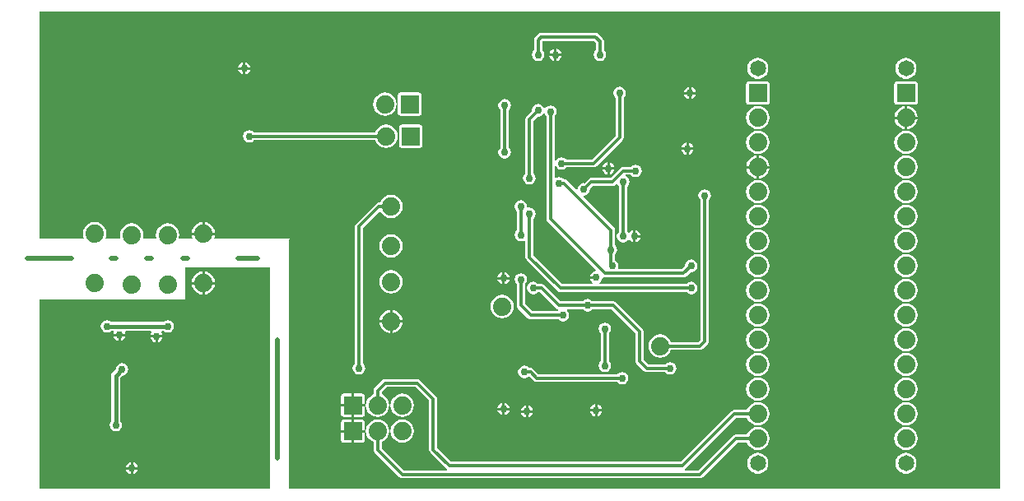
<source format=gbl>
G04 Layer_Physical_Order=2*
G04 Layer_Color=16737843*
%FSLAX25Y25*%
%MOIN*%
G70*
G01*
G75*
%ADD15C,0.01200*%
%ADD16C,0.01800*%
%ADD18R,0.07400X0.07400*%
%ADD19C,0.07400*%
%ADD20R,0.07400X0.07400*%
%ADD21O,0.03937X0.01968*%
%ADD22O,0.01968X0.50000*%
%ADD23C,0.06500*%
%ADD24O,0.10000X0.01968*%
%ADD25O,0.20000X0.01968*%
%ADD26C,0.03000*%
G36*
X94973Y1529D02*
X1529D01*
Y78500D01*
X60500Y78500D01*
X60500Y91500D01*
X94973Y91500D01*
Y1529D01*
D02*
G37*
G36*
X390471D02*
X102500D01*
Y102500D01*
X103000Y103000D01*
X72709D01*
X72431Y103416D01*
X72579Y103773D01*
X72675Y104500D01*
X63325D01*
X63421Y103773D01*
X63569Y103416D01*
X63291Y103000D01*
X58455D01*
X58109Y103500D01*
X58241Y104500D01*
X58079Y105727D01*
X57605Y106870D01*
X56852Y107852D01*
X55870Y108605D01*
X54727Y109079D01*
X53500Y109241D01*
X52273Y109079D01*
X51130Y108605D01*
X50148Y107852D01*
X49395Y106870D01*
X48921Y105727D01*
X48759Y104500D01*
X48891Y103500D01*
X48545Y103000D01*
X43955D01*
X43609Y103500D01*
X43741Y104500D01*
X43579Y105727D01*
X43106Y106870D01*
X42352Y107852D01*
X41370Y108605D01*
X40227Y109079D01*
X39000Y109241D01*
X37773Y109079D01*
X36630Y108605D01*
X35648Y107852D01*
X34894Y106870D01*
X34421Y105727D01*
X34259Y104500D01*
X34391Y103500D01*
X34045Y103000D01*
X28709D01*
X28431Y103416D01*
X28579Y103773D01*
X28741Y105000D01*
X28579Y106227D01*
X28106Y107370D01*
X27352Y108352D01*
X26370Y109105D01*
X25227Y109579D01*
X24000Y109741D01*
X22773Y109579D01*
X21630Y109105D01*
X20648Y108352D01*
X19895Y107370D01*
X19421Y106227D01*
X19259Y105000D01*
X19421Y103773D01*
X19569Y103416D01*
X19291Y103000D01*
X1529D01*
Y194971D01*
X390471D01*
Y1529D01*
D02*
G37*
%LPC*%
G36*
X33500Y63500D02*
X31550D01*
X31645Y63024D01*
X32198Y62198D01*
X33024Y61645D01*
X33500Y61550D01*
Y63500D01*
D02*
G37*
G36*
X48500Y63000D02*
X46551D01*
X46645Y62524D01*
X47198Y61698D01*
X48024Y61145D01*
X48500Y61050D01*
Y63000D01*
D02*
G37*
G36*
X51450D02*
X49500D01*
Y61050D01*
X49975Y61145D01*
X50802Y61698D01*
X51355Y62524D01*
X51450Y63000D01*
D02*
G37*
G36*
X36450Y63500D02*
X34500D01*
Y61550D01*
X34975Y61645D01*
X35802Y62198D01*
X36355Y63024D01*
X36450Y63500D01*
D02*
G37*
G36*
X67500Y84500D02*
X63325D01*
X63421Y83773D01*
X63894Y82630D01*
X64648Y81648D01*
X65630Y80895D01*
X66773Y80421D01*
X67500Y80325D01*
Y84500D01*
D02*
G37*
G36*
X72675D02*
X68500D01*
Y80325D01*
X69227Y80421D01*
X70370Y80895D01*
X71352Y81648D01*
X72105Y82630D01*
X72579Y83773D01*
X72675Y84500D01*
D02*
G37*
G36*
X53500Y70049D02*
X52525Y69855D01*
X51899Y69437D01*
X30601D01*
X29976Y69855D01*
X29000Y70049D01*
X28025Y69855D01*
X27198Y69302D01*
X26645Y68476D01*
X26451Y67500D01*
X26645Y66524D01*
X27198Y65698D01*
X28025Y65145D01*
X29000Y64951D01*
X29976Y65145D01*
X30601Y65563D01*
X31507D01*
X31743Y65122D01*
X31645Y64976D01*
X31550Y64500D01*
X36450D01*
X36355Y64976D01*
X36257Y65122D01*
X36493Y65563D01*
X46770D01*
X47038Y65063D01*
X46645Y64476D01*
X46551Y64000D01*
X51450D01*
X51355Y64476D01*
X50963Y65063D01*
X51230Y65563D01*
X51899D01*
X52525Y65145D01*
X53500Y64951D01*
X54475Y65145D01*
X55302Y65698D01*
X55855Y66524D01*
X56049Y67500D01*
X55855Y68476D01*
X55302Y69302D01*
X54475Y69855D01*
X53500Y70049D01*
D02*
G37*
G36*
X35000Y52549D02*
X34025Y52355D01*
X33198Y51802D01*
X32645Y50976D01*
X32498Y50238D01*
X31130Y48870D01*
X30710Y48241D01*
X30563Y47500D01*
Y29101D01*
X30145Y28475D01*
X29951Y27500D01*
X30145Y26524D01*
X30698Y25698D01*
X31525Y25145D01*
X32500Y24951D01*
X33476Y25145D01*
X34302Y25698D01*
X34855Y26524D01*
X35049Y27500D01*
X34855Y28475D01*
X34437Y29101D01*
Y46698D01*
X35238Y47498D01*
X35976Y47645D01*
X36802Y48198D01*
X37355Y49025D01*
X37549Y50000D01*
X37355Y50976D01*
X36802Y51802D01*
X35976Y52355D01*
X35000Y52549D01*
D02*
G37*
G36*
X38500Y12449D02*
X38025Y12355D01*
X37198Y11802D01*
X36645Y10975D01*
X36551Y10500D01*
X38500D01*
Y12449D01*
D02*
G37*
G36*
X41449Y9500D02*
X39500D01*
Y7551D01*
X39976Y7645D01*
X40802Y8198D01*
X41355Y9025D01*
X41449Y9500D01*
D02*
G37*
G36*
X38500D02*
X36551D01*
X36645Y9025D01*
X37198Y8198D01*
X38025Y7645D01*
X38500Y7551D01*
Y9500D01*
D02*
G37*
G36*
X39500Y12449D02*
Y10500D01*
X41449D01*
X41355Y10975D01*
X40802Y11802D01*
X39976Y12355D01*
X39500Y12449D01*
D02*
G37*
G36*
X68500Y89675D02*
Y85500D01*
X72675D01*
X72579Y86227D01*
X72105Y87370D01*
X71352Y88352D01*
X70370Y89105D01*
X69227Y89579D01*
X68500Y89675D01*
D02*
G37*
G36*
X67500D02*
X66773Y89579D01*
X65630Y89105D01*
X64648Y88352D01*
X63894Y87370D01*
X63421Y86227D01*
X63325Y85500D01*
X67500D01*
Y89675D01*
D02*
G37*
G36*
X352500Y66741D02*
X351273Y66579D01*
X350130Y66105D01*
X349148Y65352D01*
X348394Y64370D01*
X347921Y63227D01*
X347759Y62000D01*
X347921Y60773D01*
X348394Y59630D01*
X349148Y58648D01*
X350130Y57895D01*
X351273Y57421D01*
X352500Y57259D01*
X353727Y57421D01*
X354870Y57895D01*
X355852Y58648D01*
X356606Y59630D01*
X357079Y60773D01*
X357241Y62000D01*
X357079Y63227D01*
X356606Y64370D01*
X355852Y65352D01*
X354870Y66105D01*
X353727Y66579D01*
X352500Y66741D01*
D02*
G37*
G36*
X230500Y69049D02*
X229524Y68855D01*
X228698Y68302D01*
X228145Y67475D01*
X227951Y66500D01*
X228145Y65525D01*
X228698Y64698D01*
X228869Y64583D01*
Y53417D01*
X228698Y53302D01*
X228145Y52476D01*
X227951Y51500D01*
X228145Y50524D01*
X228698Y49698D01*
X229524Y49145D01*
X230500Y48951D01*
X231475Y49145D01*
X232302Y49698D01*
X232855Y50524D01*
X233049Y51500D01*
X232855Y52476D01*
X232302Y53302D01*
X232131Y53417D01*
Y64583D01*
X232302Y64698D01*
X232855Y65525D01*
X233049Y66500D01*
X232855Y67475D01*
X232302Y68302D01*
X231475Y68855D01*
X230500Y69049D01*
D02*
G37*
G36*
X292500Y66741D02*
X291273Y66579D01*
X290130Y66105D01*
X289148Y65352D01*
X288394Y64370D01*
X287921Y63227D01*
X287759Y62000D01*
X287921Y60773D01*
X288394Y59630D01*
X289148Y58648D01*
X290130Y57895D01*
X291273Y57421D01*
X292500Y57259D01*
X293727Y57421D01*
X294870Y57895D01*
X295852Y58648D01*
X296605Y59630D01*
X297079Y60773D01*
X297241Y62000D01*
X297079Y63227D01*
X296605Y64370D01*
X295852Y65352D01*
X294870Y66105D01*
X293727Y66579D01*
X292500Y66741D01*
D02*
G37*
G36*
X271000Y123049D02*
X270024Y122855D01*
X269198Y122302D01*
X268645Y121476D01*
X268451Y120500D01*
X268645Y119525D01*
X269198Y118698D01*
X269369Y118583D01*
Y62176D01*
X268324Y61131D01*
X257412D01*
X257105Y61870D01*
X256352Y62852D01*
X255370Y63605D01*
X254227Y64079D01*
X253000Y64241D01*
X251773Y64079D01*
X250630Y63605D01*
X249648Y62852D01*
X248895Y61870D01*
X248421Y60727D01*
X248259Y59500D01*
X248421Y58273D01*
X248895Y57130D01*
X249648Y56148D01*
X250630Y55395D01*
X251773Y54921D01*
X253000Y54759D01*
X254227Y54921D01*
X255370Y55395D01*
X256352Y56148D01*
X257105Y57130D01*
X257412Y57869D01*
X269000D01*
X269624Y57993D01*
X270153Y58346D01*
X272153Y60347D01*
X272507Y60876D01*
X272631Y61500D01*
Y118583D01*
X272802Y118698D01*
X273355Y119525D01*
X273549Y120500D01*
X273355Y121476D01*
X272802Y122302D01*
X271975Y122855D01*
X271000Y123049D01*
D02*
G37*
G36*
X352500Y46741D02*
X351273Y46579D01*
X350130Y46106D01*
X349148Y45352D01*
X348394Y44370D01*
X347921Y43227D01*
X347759Y42000D01*
X347921Y40773D01*
X348394Y39630D01*
X349148Y38648D01*
X350130Y37894D01*
X351273Y37421D01*
X352500Y37259D01*
X353727Y37421D01*
X354870Y37894D01*
X355852Y38648D01*
X356606Y39630D01*
X357079Y40773D01*
X357241Y42000D01*
X357079Y43227D01*
X356606Y44370D01*
X355852Y45352D01*
X354870Y46106D01*
X353727Y46579D01*
X352500Y46741D01*
D02*
G37*
G36*
X292500D02*
X291273Y46579D01*
X290130Y46106D01*
X289148Y45352D01*
X288394Y44370D01*
X287921Y43227D01*
X287759Y42000D01*
X287921Y40773D01*
X288394Y39630D01*
X289148Y38648D01*
X290130Y37894D01*
X291273Y37421D01*
X292500Y37259D01*
X293727Y37421D01*
X294870Y37894D01*
X295852Y38648D01*
X296605Y39630D01*
X297079Y40773D01*
X297241Y42000D01*
X297079Y43227D01*
X296605Y44370D01*
X295852Y45352D01*
X294870Y46106D01*
X293727Y46579D01*
X292500Y46741D01*
D02*
G37*
G36*
X132200Y40220D02*
X129000D01*
Y36000D01*
X133220D01*
Y39200D01*
X133142Y39590D01*
X132921Y39921D01*
X132590Y40142D01*
X132200Y40220D01*
D02*
G37*
G36*
X198000Y51549D02*
X197025Y51355D01*
X196198Y50802D01*
X195645Y49975D01*
X195451Y49000D01*
X195645Y48024D01*
X196198Y47198D01*
X197025Y46645D01*
X198000Y46451D01*
X198976Y46645D01*
X199802Y47198D01*
X199978Y47215D01*
X201847Y45347D01*
X202376Y44993D01*
X203000Y44869D01*
X235583D01*
X235698Y44698D01*
X236525Y44145D01*
X237500Y43951D01*
X238475Y44145D01*
X239302Y44698D01*
X239855Y45524D01*
X240049Y46500D01*
X239855Y47475D01*
X239302Y48302D01*
X238475Y48855D01*
X237500Y49049D01*
X236525Y48855D01*
X235698Y48302D01*
X235583Y48131D01*
X203676D01*
X201654Y50153D01*
X201124Y50507D01*
X200500Y50631D01*
X199917D01*
X199802Y50802D01*
X198976Y51355D01*
X198000Y51549D01*
D02*
G37*
G36*
X196500Y89049D02*
X195525Y88855D01*
X194698Y88302D01*
X194145Y87476D01*
X193951Y86500D01*
X194145Y85524D01*
X194698Y84698D01*
X194869Y84583D01*
Y76000D01*
X194993Y75376D01*
X195346Y74847D01*
X199346Y70846D01*
X199876Y70493D01*
X200500Y70369D01*
X211583D01*
X211698Y70198D01*
X212525Y69645D01*
X213500Y69451D01*
X214475Y69645D01*
X215302Y70198D01*
X215855Y71025D01*
X216049Y72000D01*
X215855Y72975D01*
X215302Y73802D01*
X215203Y73869D01*
X215355Y74369D01*
X221583D01*
X221698Y74198D01*
X222524Y73645D01*
X223500Y73451D01*
X224476Y73645D01*
X225302Y74198D01*
X225417Y74369D01*
X233324D01*
X242869Y64824D01*
Y53500D01*
X242993Y52876D01*
X243347Y52346D01*
X246346Y49347D01*
X246876Y48993D01*
X247500Y48869D01*
X255083D01*
X255198Y48698D01*
X256025Y48145D01*
X257000Y47951D01*
X257976Y48145D01*
X258802Y48698D01*
X259355Y49525D01*
X259549Y50500D01*
X259355Y51476D01*
X258802Y52302D01*
X257976Y52855D01*
X257000Y53049D01*
X256025Y52855D01*
X255198Y52302D01*
X255083Y52131D01*
X248176D01*
X246131Y54176D01*
Y65500D01*
X246007Y66124D01*
X245654Y66654D01*
X235154Y77153D01*
X234624Y77507D01*
X234000Y77631D01*
X225417D01*
X225302Y77802D01*
X224476Y78355D01*
X223500Y78549D01*
X222524Y78355D01*
X221698Y77802D01*
X221583Y77631D01*
X212676D01*
X206153Y84153D01*
X205624Y84507D01*
X205000Y84631D01*
X203417D01*
X203302Y84802D01*
X202476Y85355D01*
X201500Y85549D01*
X200524Y85355D01*
X199698Y84802D01*
X199145Y83975D01*
X198951Y83000D01*
X199145Y82025D01*
X199698Y81198D01*
X200524Y80645D01*
X201500Y80451D01*
X202476Y80645D01*
X203302Y81198D01*
X203417Y81369D01*
X204324D01*
X210846Y74847D01*
X211376Y74493D01*
X211589Y74450D01*
X211726Y73952D01*
X211451Y73631D01*
X201176D01*
X198131Y76676D01*
Y84583D01*
X198302Y84698D01*
X198855Y85524D01*
X199049Y86500D01*
X198855Y87476D01*
X198302Y88302D01*
X197476Y88855D01*
X196500Y89049D01*
D02*
G37*
G36*
X352500Y56741D02*
X351273Y56579D01*
X350130Y56105D01*
X349148Y55352D01*
X348394Y54370D01*
X347921Y53227D01*
X347759Y52000D01*
X347921Y50773D01*
X348394Y49630D01*
X349148Y48648D01*
X350130Y47894D01*
X351273Y47421D01*
X352500Y47259D01*
X353727Y47421D01*
X354870Y47894D01*
X355852Y48648D01*
X356606Y49630D01*
X357079Y50773D01*
X357241Y52000D01*
X357079Y53227D01*
X356606Y54370D01*
X355852Y55352D01*
X354870Y56105D01*
X353727Y56579D01*
X352500Y56741D01*
D02*
G37*
G36*
X292500D02*
X291273Y56579D01*
X290130Y56105D01*
X289148Y55352D01*
X288394Y54370D01*
X287921Y53227D01*
X287759Y52000D01*
X287921Y50773D01*
X288394Y49630D01*
X289148Y48648D01*
X290130Y47894D01*
X291273Y47421D01*
X292500Y47259D01*
X293727Y47421D01*
X294870Y47894D01*
X295852Y48648D01*
X296605Y49630D01*
X297079Y50773D01*
X297241Y52000D01*
X297079Y53227D01*
X296605Y54370D01*
X295852Y55352D01*
X294870Y56105D01*
X293727Y56579D01*
X292500Y56741D01*
D02*
G37*
G36*
X352500Y86741D02*
X351273Y86579D01*
X350130Y86105D01*
X349148Y85352D01*
X348394Y84370D01*
X347921Y83227D01*
X347759Y82000D01*
X347921Y80773D01*
X348394Y79630D01*
X349148Y78648D01*
X350130Y77895D01*
X351273Y77421D01*
X352500Y77259D01*
X353727Y77421D01*
X354870Y77895D01*
X355852Y78648D01*
X356606Y79630D01*
X357079Y80773D01*
X357241Y82000D01*
X357079Y83227D01*
X356606Y84370D01*
X355852Y85352D01*
X354870Y86105D01*
X353727Y86579D01*
X352500Y86741D01*
D02*
G37*
G36*
X292500D02*
X291273Y86579D01*
X290130Y86105D01*
X289148Y85352D01*
X288394Y84370D01*
X287921Y83227D01*
X287759Y82000D01*
X287921Y80773D01*
X288394Y79630D01*
X289148Y78648D01*
X290130Y77895D01*
X291273Y77421D01*
X292500Y77259D01*
X293727Y77421D01*
X294870Y77895D01*
X295852Y78648D01*
X296605Y79630D01*
X297079Y80773D01*
X297241Y82000D01*
X297079Y83227D01*
X296605Y84370D01*
X295852Y85352D01*
X294870Y86105D01*
X293727Y86579D01*
X292500Y86741D01*
D02*
G37*
G36*
X189000Y80241D02*
X187773Y80079D01*
X186630Y79605D01*
X185648Y78852D01*
X184895Y77870D01*
X184421Y76727D01*
X184259Y75500D01*
X184421Y74273D01*
X184895Y73130D01*
X185648Y72148D01*
X186630Y71395D01*
X187773Y70921D01*
X189000Y70759D01*
X190227Y70921D01*
X191370Y71395D01*
X192352Y72148D01*
X193105Y73130D01*
X193579Y74273D01*
X193741Y75500D01*
X193579Y76727D01*
X193105Y77870D01*
X192352Y78852D01*
X191370Y79605D01*
X190227Y80079D01*
X189000Y80241D01*
D02*
G37*
G36*
Y86500D02*
X187050D01*
X187145Y86024D01*
X187698Y85198D01*
X188524Y84645D01*
X189000Y84550D01*
Y86500D01*
D02*
G37*
G36*
X144000Y90241D02*
X142773Y90079D01*
X141630Y89605D01*
X140648Y88852D01*
X139895Y87870D01*
X139421Y86727D01*
X139259Y85500D01*
X139421Y84273D01*
X139895Y83130D01*
X140648Y82148D01*
X141630Y81395D01*
X142773Y80921D01*
X144000Y80759D01*
X145227Y80921D01*
X146370Y81395D01*
X147352Y82148D01*
X148105Y83130D01*
X148579Y84273D01*
X148741Y85500D01*
X148579Y86727D01*
X148105Y87870D01*
X147352Y88852D01*
X146370Y89605D01*
X145227Y90079D01*
X144000Y90241D01*
D02*
G37*
G36*
X292500Y76741D02*
X291273Y76579D01*
X290130Y76105D01*
X289148Y75352D01*
X288394Y74370D01*
X287921Y73227D01*
X287759Y72000D01*
X287921Y70773D01*
X288394Y69630D01*
X289148Y68648D01*
X290130Y67895D01*
X291273Y67421D01*
X292500Y67259D01*
X293727Y67421D01*
X294870Y67895D01*
X295852Y68648D01*
X296605Y69630D01*
X297079Y70773D01*
X297241Y72000D01*
X297079Y73227D01*
X296605Y74370D01*
X295852Y75352D01*
X294870Y76105D01*
X293727Y76579D01*
X292500Y76741D01*
D02*
G37*
G36*
X148675Y69000D02*
X144500D01*
Y64825D01*
X145227Y64921D01*
X146370Y65395D01*
X147352Y66148D01*
X148105Y67130D01*
X148579Y68273D01*
X148675Y69000D01*
D02*
G37*
G36*
X143500D02*
X139325D01*
X139421Y68273D01*
X139895Y67130D01*
X140648Y66148D01*
X141630Y65395D01*
X142773Y64921D01*
X143500Y64825D01*
Y69000D01*
D02*
G37*
G36*
X352500Y76741D02*
X351273Y76579D01*
X350130Y76105D01*
X349148Y75352D01*
X348394Y74370D01*
X347921Y73227D01*
X347759Y72000D01*
X347921Y70773D01*
X348394Y69630D01*
X349148Y68648D01*
X350130Y67895D01*
X351273Y67421D01*
X352500Y67259D01*
X353727Y67421D01*
X354870Y67895D01*
X355852Y68648D01*
X356606Y69630D01*
X357079Y70773D01*
X357241Y72000D01*
X357079Y73227D01*
X356606Y74370D01*
X355852Y75352D01*
X354870Y76105D01*
X353727Y76579D01*
X352500Y76741D01*
D02*
G37*
G36*
X144500Y74175D02*
Y70000D01*
X148675D01*
X148579Y70727D01*
X148105Y71870D01*
X147352Y72852D01*
X146370Y73605D01*
X145227Y74079D01*
X144500Y74175D01*
D02*
G37*
G36*
X143500D02*
X142773Y74079D01*
X141630Y73605D01*
X140648Y72852D01*
X139895Y71870D01*
X139421Y70727D01*
X139325Y70000D01*
X143500D01*
Y74175D01*
D02*
G37*
G36*
X128000Y40220D02*
X124800D01*
X124410Y40142D01*
X124079Y39921D01*
X123858Y39590D01*
X123780Y39200D01*
Y36000D01*
X128000D01*
Y40220D01*
D02*
G37*
G36*
X133220Y24500D02*
X129000D01*
Y20280D01*
X132200D01*
X132590Y20358D01*
X132921Y20579D01*
X133142Y20910D01*
X133220Y21300D01*
Y24500D01*
D02*
G37*
G36*
X128000D02*
X123780D01*
Y21300D01*
X123858Y20910D01*
X124079Y20579D01*
X124410Y20358D01*
X124800Y20280D01*
X128000D01*
Y24500D01*
D02*
G37*
G36*
Y29720D02*
X124800D01*
X124410Y29642D01*
X124079Y29421D01*
X123858Y29090D01*
X123780Y28700D01*
Y25500D01*
X128000D01*
Y29720D01*
D02*
G37*
G36*
X352500Y36741D02*
X351273Y36579D01*
X350130Y36105D01*
X349148Y35352D01*
X348394Y34370D01*
X347921Y33227D01*
X347759Y32000D01*
X347921Y30773D01*
X348394Y29630D01*
X349148Y28648D01*
X350130Y27894D01*
X351273Y27421D01*
X352500Y27259D01*
X353727Y27421D01*
X354870Y27894D01*
X355852Y28648D01*
X356606Y29630D01*
X357079Y30773D01*
X357241Y32000D01*
X357079Y33227D01*
X356606Y34370D01*
X355852Y35352D01*
X354870Y36105D01*
X353727Y36579D01*
X352500Y36741D01*
D02*
G37*
G36*
X154500Y46131D02*
X141500D01*
X140876Y46007D01*
X140347Y45654D01*
X137346Y42654D01*
X136993Y42124D01*
X136869Y41500D01*
Y39911D01*
X136130Y39606D01*
X135148Y38852D01*
X134395Y37870D01*
X133921Y36727D01*
X133759Y35500D01*
X133921Y34273D01*
X134395Y33130D01*
X135148Y32148D01*
X136130Y31394D01*
X137273Y30921D01*
X138500Y30759D01*
X139727Y30921D01*
X140870Y31394D01*
X141852Y32148D01*
X142605Y33130D01*
X143079Y34273D01*
X143241Y35500D01*
X143079Y36727D01*
X142605Y37870D01*
X141852Y38852D01*
X140870Y39606D01*
X140131Y39911D01*
Y40824D01*
X142176Y42869D01*
X153824D01*
X159369Y37324D01*
Y17500D01*
X159493Y16876D01*
X159846Y16346D01*
X166347Y9847D01*
X166668Y9631D01*
X166517Y9131D01*
X149176D01*
X140131Y18176D01*
Y20588D01*
X140870Y20895D01*
X141852Y21648D01*
X142605Y22630D01*
X143079Y23773D01*
X143241Y25000D01*
X143079Y26227D01*
X142605Y27370D01*
X141852Y28352D01*
X140870Y29105D01*
X139727Y29579D01*
X138500Y29741D01*
X137273Y29579D01*
X136130Y29105D01*
X135148Y28352D01*
X134395Y27370D01*
X133921Y26227D01*
X133759Y25000D01*
X133921Y23773D01*
X134395Y22630D01*
X135148Y21648D01*
X136130Y20895D01*
X136869Y20588D01*
Y17500D01*
X136993Y16876D01*
X137346Y16346D01*
X147346Y6346D01*
X147876Y5993D01*
X148500Y5869D01*
X148500Y5869D01*
X269000D01*
X269624Y5993D01*
X270153Y6346D01*
X284176Y20369D01*
X288088D01*
X288394Y19630D01*
X289148Y18648D01*
X290130Y17895D01*
X291273Y17421D01*
X292500Y17259D01*
X293727Y17421D01*
X294870Y17895D01*
X295852Y18648D01*
X296605Y19630D01*
X297079Y20773D01*
X297241Y22000D01*
X297079Y23227D01*
X296605Y24370D01*
X295852Y25352D01*
X294870Y26105D01*
X293727Y26579D01*
X292500Y26741D01*
X291273Y26579D01*
X290130Y26105D01*
X289148Y25352D01*
X288394Y24370D01*
X288088Y23631D01*
X283500D01*
X282876Y23507D01*
X282347Y23154D01*
X268324Y9131D01*
X262983D01*
X262832Y9631D01*
X263154Y9847D01*
X283676Y30369D01*
X288088D01*
X288394Y29630D01*
X289148Y28648D01*
X290130Y27894D01*
X291273Y27421D01*
X292500Y27259D01*
X293727Y27421D01*
X294870Y27894D01*
X295852Y28648D01*
X296605Y29630D01*
X297079Y30773D01*
X297241Y32000D01*
X297079Y33227D01*
X296605Y34370D01*
X295852Y35352D01*
X294870Y36105D01*
X293727Y36579D01*
X292500Y36741D01*
X291273Y36579D01*
X290130Y36105D01*
X289148Y35352D01*
X288394Y34370D01*
X288088Y33631D01*
X283000D01*
X282376Y33507D01*
X281846Y33154D01*
X261324Y12631D01*
X168176D01*
X162631Y18176D01*
Y38000D01*
X162507Y38624D01*
X162153Y39154D01*
X155654Y45654D01*
X155124Y46007D01*
X154500Y46131D01*
D02*
G37*
G36*
X132200Y29720D02*
X129000D01*
Y25500D01*
X133220D01*
Y28700D01*
X133142Y29090D01*
X132921Y29421D01*
X132590Y29642D01*
X132200Y29720D01*
D02*
G37*
G36*
X148500Y29741D02*
X147273Y29579D01*
X146130Y29105D01*
X145148Y28352D01*
X144395Y27370D01*
X143921Y26227D01*
X143759Y25000D01*
X143921Y23773D01*
X144395Y22630D01*
X145148Y21648D01*
X146130Y20895D01*
X147273Y20421D01*
X148500Y20259D01*
X149727Y20421D01*
X150870Y20895D01*
X151852Y21648D01*
X152605Y22630D01*
X153079Y23773D01*
X153241Y25000D01*
X153079Y26227D01*
X152605Y27370D01*
X151852Y28352D01*
X150870Y29105D01*
X149727Y29579D01*
X148500Y29741D01*
D02*
G37*
G36*
X352500Y26741D02*
X351273Y26579D01*
X350130Y26105D01*
X349148Y25352D01*
X348394Y24370D01*
X347921Y23227D01*
X347759Y22000D01*
X347921Y20773D01*
X348394Y19630D01*
X349148Y18648D01*
X350130Y17895D01*
X351273Y17421D01*
X352500Y17259D01*
X353727Y17421D01*
X354870Y17895D01*
X355852Y18648D01*
X356606Y19630D01*
X357079Y20773D01*
X357241Y22000D01*
X357079Y23227D01*
X356606Y24370D01*
X355852Y25352D01*
X354870Y26105D01*
X353727Y26579D01*
X352500Y26741D01*
D02*
G37*
G36*
Y16298D02*
X352434Y16285D01*
X352367Y16289D01*
X351519Y16177D01*
X351423Y16145D01*
X351391Y16141D01*
X351360Y16128D01*
X351261Y16108D01*
X350471Y15781D01*
X350387Y15725D01*
X350357Y15712D01*
X350330Y15692D01*
X350240Y15648D01*
X349561Y15127D01*
X349495Y15051D01*
X349469Y15031D01*
X349449Y15005D01*
X349373Y14939D01*
X348852Y14260D01*
X348808Y14170D01*
X348788Y14143D01*
X348775Y14113D01*
X348719Y14029D01*
X348392Y13239D01*
X348372Y13140D01*
X348359Y13110D01*
X348355Y13077D01*
X348323Y12981D01*
X348211Y12133D01*
X348218Y12033D01*
X348213Y12000D01*
X348218Y11967D01*
X348211Y11867D01*
X348323Y11018D01*
X348355Y10923D01*
X348359Y10891D01*
X348372Y10860D01*
X348392Y10761D01*
X348719Y9971D01*
X348775Y9887D01*
X348788Y9857D01*
X348808Y9830D01*
X348852Y9740D01*
X349373Y9061D01*
X349449Y8995D01*
X349469Y8969D01*
X349495Y8949D01*
X349561Y8873D01*
X350240Y8352D01*
X350330Y8308D01*
X350357Y8288D01*
X350387Y8275D01*
X350471Y8219D01*
X351261Y7892D01*
X351360Y7872D01*
X351391Y7859D01*
X351423Y7855D01*
X351519Y7823D01*
X352367Y7711D01*
X352434Y7716D01*
X352500Y7702D01*
X352566Y7716D01*
X352633Y7711D01*
X353482Y7823D01*
X353577Y7855D01*
X353609Y7859D01*
X353640Y7872D01*
X353739Y7892D01*
X354529Y8219D01*
X354613Y8275D01*
X354643Y8288D01*
X354670Y8308D01*
X354760Y8352D01*
X355439Y8873D01*
X355505Y8949D01*
X355531Y8969D01*
X355551Y8995D01*
X355627Y9061D01*
X356148Y9740D01*
X356192Y9830D01*
X356212Y9857D01*
X356225Y9887D01*
X356281Y9971D01*
X356608Y10761D01*
X356628Y10860D01*
X356641Y10891D01*
X356645Y10923D01*
X356677Y11018D01*
X356789Y11867D01*
X356782Y11967D01*
X356787Y12000D01*
X356782Y12033D01*
X356789Y12133D01*
X356677Y12981D01*
X356645Y13077D01*
X356641Y13110D01*
X356628Y13140D01*
X356608Y13239D01*
X356281Y14029D01*
X356225Y14113D01*
X356212Y14143D01*
X356192Y14170D01*
X356148Y14260D01*
X355627Y14939D01*
X355551Y15005D01*
X355531Y15031D01*
X355505Y15051D01*
X355439Y15127D01*
X354760Y15648D01*
X354670Y15692D01*
X354643Y15712D01*
X354613Y15725D01*
X354529Y15781D01*
X353739Y16108D01*
X353640Y16128D01*
X353609Y16141D01*
X353577Y16145D01*
X353482Y16177D01*
X352633Y16289D01*
X352566Y16285D01*
X352500Y16298D01*
D02*
G37*
G36*
X292500D02*
X292434Y16285D01*
X292367Y16289D01*
X291518Y16177D01*
X291423Y16145D01*
X291390Y16141D01*
X291360Y16128D01*
X291261Y16108D01*
X290471Y15781D01*
X290387Y15725D01*
X290357Y15712D01*
X290330Y15692D01*
X290240Y15648D01*
X289561Y15127D01*
X289495Y15051D01*
X289469Y15031D01*
X289449Y15005D01*
X289373Y14939D01*
X288852Y14260D01*
X288808Y14170D01*
X288788Y14143D01*
X288775Y14113D01*
X288719Y14029D01*
X288392Y13239D01*
X288372Y13140D01*
X288359Y13110D01*
X288355Y13077D01*
X288323Y12981D01*
X288211Y12133D01*
X288218Y12033D01*
X288213Y12000D01*
X288218Y11967D01*
X288211Y11867D01*
X288323Y11018D01*
X288355Y10923D01*
X288359Y10891D01*
X288372Y10860D01*
X288392Y10761D01*
X288719Y9971D01*
X288775Y9887D01*
X288788Y9857D01*
X288808Y9830D01*
X288852Y9740D01*
X289373Y9061D01*
X289449Y8995D01*
X289469Y8969D01*
X289495Y8949D01*
X289561Y8873D01*
X290240Y8352D01*
X290330Y8308D01*
X290357Y8288D01*
X290387Y8275D01*
X290471Y8219D01*
X291261Y7892D01*
X291360Y7872D01*
X291390Y7859D01*
X291423Y7855D01*
X291518Y7823D01*
X292367Y7711D01*
X292434Y7716D01*
X292500Y7702D01*
X292566Y7716D01*
X292633Y7711D01*
X293481Y7823D01*
X293577Y7855D01*
X293609Y7859D01*
X293640Y7872D01*
X293739Y7892D01*
X294529Y8219D01*
X294613Y8275D01*
X294643Y8288D01*
X294670Y8308D01*
X294760Y8352D01*
X295439Y8873D01*
X295505Y8949D01*
X295531Y8969D01*
X295551Y8995D01*
X295627Y9061D01*
X296148Y9740D01*
X296192Y9830D01*
X296212Y9857D01*
X296225Y9887D01*
X296281Y9971D01*
X296608Y10761D01*
X296628Y10860D01*
X296641Y10891D01*
X296645Y10923D01*
X296677Y11018D01*
X296789Y11867D01*
X296782Y11967D01*
X296787Y12000D01*
X296782Y12033D01*
X296789Y12133D01*
X296677Y12981D01*
X296645Y13077D01*
X296641Y13110D01*
X296628Y13140D01*
X296608Y13239D01*
X296281Y14029D01*
X296225Y14113D01*
X296212Y14143D01*
X296192Y14170D01*
X296148Y14260D01*
X295627Y14939D01*
X295551Y15005D01*
X295531Y15031D01*
X295505Y15051D01*
X295439Y15127D01*
X294760Y15648D01*
X294670Y15692D01*
X294643Y15712D01*
X294613Y15725D01*
X294529Y15781D01*
X293739Y16108D01*
X293640Y16128D01*
X293609Y16141D01*
X293577Y16145D01*
X293481Y16177D01*
X292633Y16289D01*
X292566Y16285D01*
X292500Y16298D01*
D02*
G37*
G36*
X199500Y35449D02*
Y33500D01*
X201449D01*
X201355Y33975D01*
X200802Y34802D01*
X199976Y35355D01*
X199500Y35449D01*
D02*
G37*
G36*
X198500D02*
X198024Y35355D01*
X197198Y34802D01*
X196645Y33975D01*
X196551Y33500D01*
X198500D01*
Y35449D01*
D02*
G37*
G36*
X191949Y33500D02*
X190000D01*
Y31550D01*
X190475Y31645D01*
X191302Y32198D01*
X191855Y33024D01*
X191949Y33500D01*
D02*
G37*
G36*
X226500Y35950D02*
X226025Y35855D01*
X225198Y35302D01*
X224645Y34475D01*
X224551Y34000D01*
X226500D01*
Y35950D01*
D02*
G37*
G36*
X190000Y36450D02*
Y34500D01*
X191949D01*
X191855Y34975D01*
X191302Y35802D01*
X190475Y36355D01*
X190000Y36450D01*
D02*
G37*
G36*
X189000D02*
X188524Y36355D01*
X187698Y35802D01*
X187145Y34975D01*
X187050Y34500D01*
X189000D01*
Y36450D01*
D02*
G37*
G36*
X227500Y35950D02*
Y34000D01*
X229450D01*
X229355Y34475D01*
X228802Y35302D01*
X227976Y35855D01*
X227500Y35950D01*
D02*
G37*
G36*
X189000Y33500D02*
X187050D01*
X187145Y33024D01*
X187698Y32198D01*
X188524Y31645D01*
X189000Y31550D01*
Y33500D01*
D02*
G37*
G36*
X148500Y40241D02*
X147273Y40079D01*
X146130Y39606D01*
X145148Y38852D01*
X144395Y37870D01*
X143921Y36727D01*
X143759Y35500D01*
X143921Y34273D01*
X144395Y33130D01*
X145148Y32148D01*
X146130Y31394D01*
X147273Y30921D01*
X148500Y30759D01*
X149727Y30921D01*
X150870Y31394D01*
X151852Y32148D01*
X152605Y33130D01*
X153079Y34273D01*
X153241Y35500D01*
X153079Y36727D01*
X152605Y37870D01*
X151852Y38852D01*
X150870Y39606D01*
X149727Y40079D01*
X148500Y40241D01*
D02*
G37*
G36*
X201449Y32500D02*
X199500D01*
Y30551D01*
X199976Y30645D01*
X200802Y31198D01*
X201355Y32024D01*
X201449Y32500D01*
D02*
G37*
G36*
X198500D02*
X196551D01*
X196645Y32024D01*
X197198Y31198D01*
X198024Y30645D01*
X198500Y30551D01*
Y32500D01*
D02*
G37*
G36*
X128000Y35000D02*
X123780D01*
Y31800D01*
X123858Y31410D01*
X124079Y31079D01*
X124410Y30858D01*
X124800Y30780D01*
X128000D01*
Y35000D01*
D02*
G37*
G36*
X229450Y33000D02*
X227500D01*
Y31051D01*
X227976Y31145D01*
X228802Y31698D01*
X229355Y32524D01*
X229450Y33000D01*
D02*
G37*
G36*
X226500D02*
X224551D01*
X224645Y32524D01*
X225198Y31698D01*
X226025Y31145D01*
X226500Y31051D01*
Y33000D01*
D02*
G37*
G36*
X133220Y35000D02*
X129000D01*
Y30780D01*
X132200D01*
X132590Y30858D01*
X132921Y31079D01*
X133142Y31410D01*
X133220Y31800D01*
Y35000D01*
D02*
G37*
G36*
X352000Y156675D02*
X351273Y156579D01*
X350130Y156105D01*
X349148Y155352D01*
X348394Y154370D01*
X347921Y153227D01*
X347825Y152500D01*
X352000D01*
Y156675D01*
D02*
G37*
G36*
X357175Y151500D02*
X353000D01*
Y147325D01*
X353727Y147421D01*
X354870Y147895D01*
X355852Y148648D01*
X356606Y149630D01*
X357079Y150773D01*
X357175Y151500D01*
D02*
G37*
G36*
X352000D02*
X347825D01*
X347921Y150773D01*
X348394Y149630D01*
X349148Y148648D01*
X350130Y147895D01*
X351273Y147421D01*
X352000Y147325D01*
Y151500D01*
D02*
G37*
G36*
X353000Y156675D02*
Y152500D01*
X357175D01*
X357079Y153227D01*
X356606Y154370D01*
X355852Y155352D01*
X354870Y156105D01*
X353727Y156579D01*
X353000Y156675D01*
D02*
G37*
G36*
X296200Y166720D02*
X288800D01*
X288410Y166642D01*
X288079Y166421D01*
X287858Y166090D01*
X287780Y165700D01*
Y158300D01*
X287858Y157910D01*
X288079Y157579D01*
X288410Y157358D01*
X288800Y157280D01*
X296200D01*
X296590Y157358D01*
X296921Y157579D01*
X297142Y157910D01*
X297220Y158300D01*
Y165700D01*
X297142Y166090D01*
X296921Y166421D01*
X296590Y166642D01*
X296200Y166720D01*
D02*
G37*
G36*
X155200Y162220D02*
X147800D01*
X147410Y162142D01*
X147079Y161921D01*
X146858Y161590D01*
X146780Y161200D01*
Y153800D01*
X146858Y153410D01*
X147079Y153079D01*
X147410Y152858D01*
X147800Y152780D01*
X155200D01*
X155590Y152858D01*
X155921Y153079D01*
X156142Y153410D01*
X156220Y153800D01*
Y161200D01*
X156142Y161590D01*
X155921Y161921D01*
X155590Y162142D01*
X155200Y162220D01*
D02*
G37*
G36*
X141500Y162241D02*
X140273Y162079D01*
X139130Y161605D01*
X138148Y160852D01*
X137395Y159870D01*
X136921Y158727D01*
X136759Y157500D01*
X136921Y156273D01*
X137395Y155130D01*
X138148Y154148D01*
X139130Y153395D01*
X140273Y152921D01*
X141500Y152759D01*
X142727Y152921D01*
X143870Y153395D01*
X144852Y154148D01*
X145605Y155130D01*
X146079Y156273D01*
X146241Y157500D01*
X146079Y158727D01*
X145605Y159870D01*
X144852Y160852D01*
X143870Y161605D01*
X142727Y162079D01*
X141500Y162241D01*
D02*
G37*
G36*
X292500Y156741D02*
X291273Y156579D01*
X290130Y156105D01*
X289148Y155352D01*
X288394Y154370D01*
X287921Y153227D01*
X287759Y152000D01*
X287921Y150773D01*
X288394Y149630D01*
X289148Y148648D01*
X290130Y147895D01*
X291273Y147421D01*
X292500Y147259D01*
X293727Y147421D01*
X294870Y147895D01*
X295852Y148648D01*
X296605Y149630D01*
X297079Y150773D01*
X297241Y152000D01*
X297079Y153227D01*
X296605Y154370D01*
X295852Y155352D01*
X294870Y156105D01*
X293727Y156579D01*
X292500Y156741D01*
D02*
G37*
G36*
X352500Y146741D02*
X351273Y146579D01*
X350130Y146105D01*
X349148Y145352D01*
X348394Y144370D01*
X347921Y143227D01*
X347759Y142000D01*
X347921Y140773D01*
X348394Y139630D01*
X349148Y138648D01*
X350130Y137895D01*
X351273Y137421D01*
X352500Y137259D01*
X353727Y137421D01*
X354870Y137895D01*
X355852Y138648D01*
X356606Y139630D01*
X357079Y140773D01*
X357241Y142000D01*
X357079Y143227D01*
X356606Y144370D01*
X355852Y145352D01*
X354870Y146105D01*
X353727Y146579D01*
X352500Y146741D01*
D02*
G37*
G36*
X292500D02*
X291273Y146579D01*
X290130Y146105D01*
X289148Y145352D01*
X288394Y144370D01*
X287921Y143227D01*
X287759Y142000D01*
X287921Y140773D01*
X288394Y139630D01*
X289148Y138648D01*
X290130Y137895D01*
X291273Y137421D01*
X292500Y137259D01*
X293727Y137421D01*
X294870Y137895D01*
X295852Y138648D01*
X296605Y139630D01*
X297079Y140773D01*
X297241Y142000D01*
X297079Y143227D01*
X296605Y144370D01*
X295852Y145352D01*
X294870Y146105D01*
X293727Y146579D01*
X292500Y146741D01*
D02*
G37*
G36*
X266449Y139000D02*
X264500D01*
Y137050D01*
X264976Y137145D01*
X265802Y137698D01*
X266355Y138524D01*
X266449Y139000D01*
D02*
G37*
G36*
X155700Y149220D02*
X148300D01*
X147910Y149142D01*
X147579Y148921D01*
X147358Y148590D01*
X147280Y148200D01*
Y140800D01*
X147358Y140410D01*
X147579Y140079D01*
X147910Y139858D01*
X148300Y139780D01*
X155700D01*
X156090Y139858D01*
X156421Y140079D01*
X156642Y140410D01*
X156720Y140800D01*
Y148200D01*
X156642Y148590D01*
X156421Y148921D01*
X156090Y149142D01*
X155700Y149220D01*
D02*
G37*
G36*
X142000Y149241D02*
X140773Y149079D01*
X139630Y148605D01*
X138648Y147852D01*
X137895Y146870D01*
X137589Y146131D01*
X88417D01*
X88302Y146302D01*
X87476Y146855D01*
X86500Y147049D01*
X85524Y146855D01*
X84698Y146302D01*
X84145Y145475D01*
X83951Y144500D01*
X84145Y143525D01*
X84698Y142698D01*
X85524Y142145D01*
X86500Y141951D01*
X87476Y142145D01*
X88302Y142698D01*
X88417Y142869D01*
X137589D01*
X137895Y142130D01*
X138648Y141148D01*
X139630Y140395D01*
X140773Y139921D01*
X142000Y139759D01*
X143227Y139921D01*
X144370Y140395D01*
X145352Y141148D01*
X146105Y142130D01*
X146579Y143273D01*
X146741Y144500D01*
X146579Y145727D01*
X146105Y146870D01*
X145352Y147852D01*
X144370Y148605D01*
X143227Y149079D01*
X142000Y149241D01*
D02*
G37*
G36*
X264500Y141949D02*
Y140000D01*
X266449D01*
X266355Y140475D01*
X265802Y141302D01*
X264976Y141855D01*
X264500Y141949D01*
D02*
G37*
G36*
X263500D02*
X263024Y141855D01*
X262198Y141302D01*
X261645Y140475D01*
X261550Y140000D01*
X263500D01*
Y141949D01*
D02*
G37*
G36*
X356200Y166720D02*
X348800D01*
X348410Y166642D01*
X348079Y166421D01*
X347858Y166090D01*
X347780Y165700D01*
Y158300D01*
X347858Y157910D01*
X348079Y157579D01*
X348410Y157358D01*
X348800Y157280D01*
X356200D01*
X356590Y157358D01*
X356921Y157579D01*
X357142Y157910D01*
X357220Y158300D01*
Y165700D01*
X357142Y166090D01*
X356921Y166421D01*
X356590Y166642D01*
X356200Y166720D01*
D02*
G37*
G36*
X212949Y177000D02*
X211000D01*
Y175050D01*
X211475Y175145D01*
X212302Y175698D01*
X212855Y176524D01*
X212949Y177000D01*
D02*
G37*
G36*
X210000D02*
X208050D01*
X208145Y176524D01*
X208698Y175698D01*
X209524Y175145D01*
X210000Y175050D01*
Y177000D01*
D02*
G37*
G36*
X226784Y186347D02*
X204716D01*
X204092Y186223D01*
X203562Y185870D01*
X202346Y184653D01*
X201993Y184124D01*
X201869Y183500D01*
Y179417D01*
X201698Y179302D01*
X201145Y178475D01*
X200951Y177500D01*
X201145Y176524D01*
X201698Y175698D01*
X202524Y175145D01*
X203500Y174951D01*
X204475Y175145D01*
X205302Y175698D01*
X205855Y176524D01*
X206049Y177500D01*
X205855Y178475D01*
X205302Y179302D01*
X205131Y179417D01*
Y182824D01*
X205392Y183085D01*
X226108D01*
X226869Y182324D01*
Y179417D01*
X226698Y179302D01*
X226145Y178475D01*
X225951Y177500D01*
X226145Y176524D01*
X226698Y175698D01*
X227524Y175145D01*
X228500Y174951D01*
X229475Y175145D01*
X230302Y175698D01*
X230855Y176524D01*
X231049Y177500D01*
X230855Y178475D01*
X230302Y179302D01*
X230131Y179417D01*
Y183000D01*
X230131Y183000D01*
X230007Y183624D01*
X229654Y184153D01*
X227938Y185870D01*
X227408Y186223D01*
X226784Y186347D01*
D02*
G37*
G36*
X292500Y176298D02*
X292434Y176285D01*
X292367Y176289D01*
X291518Y176177D01*
X291423Y176145D01*
X291390Y176141D01*
X291360Y176128D01*
X291261Y176108D01*
X290471Y175781D01*
X290387Y175725D01*
X290357Y175712D01*
X290330Y175692D01*
X290240Y175648D01*
X289561Y175127D01*
X289495Y175051D01*
X289469Y175031D01*
X289449Y175005D01*
X289373Y174939D01*
X288852Y174260D01*
X288808Y174170D01*
X288788Y174143D01*
X288775Y174113D01*
X288719Y174029D01*
X288392Y173239D01*
X288372Y173140D01*
X288359Y173109D01*
X288355Y173077D01*
X288323Y172982D01*
X288211Y172133D01*
X288218Y172033D01*
X288213Y172000D01*
X288218Y171967D01*
X288211Y171867D01*
X288323Y171019D01*
X288355Y170923D01*
X288359Y170890D01*
X288372Y170860D01*
X288392Y170761D01*
X288719Y169971D01*
X288775Y169887D01*
X288788Y169857D01*
X288808Y169830D01*
X288852Y169740D01*
X289373Y169061D01*
X289449Y168995D01*
X289469Y168969D01*
X289495Y168949D01*
X289561Y168873D01*
X290240Y168352D01*
X290330Y168308D01*
X290357Y168288D01*
X290387Y168275D01*
X290471Y168219D01*
X291261Y167892D01*
X291360Y167872D01*
X291390Y167859D01*
X291423Y167855D01*
X291518Y167823D01*
X292367Y167711D01*
X292434Y167716D01*
X292500Y167702D01*
X292566Y167716D01*
X292633Y167711D01*
X293481Y167823D01*
X293577Y167855D01*
X293609Y167859D01*
X293640Y167872D01*
X293739Y167892D01*
X294529Y168219D01*
X294613Y168275D01*
X294643Y168288D01*
X294670Y168308D01*
X294760Y168352D01*
X295439Y168873D01*
X295505Y168949D01*
X295531Y168969D01*
X295551Y168995D01*
X295627Y169061D01*
X296148Y169740D01*
X296192Y169830D01*
X296212Y169857D01*
X296225Y169887D01*
X296281Y169971D01*
X296608Y170761D01*
X296628Y170860D01*
X296641Y170890D01*
X296645Y170923D01*
X296677Y171019D01*
X296789Y171867D01*
X296782Y171967D01*
X296787Y172000D01*
X296782Y172033D01*
X296789Y172133D01*
X296677Y172982D01*
X296645Y173077D01*
X296641Y173109D01*
X296628Y173140D01*
X296608Y173239D01*
X296281Y174029D01*
X296225Y174113D01*
X296212Y174143D01*
X296192Y174170D01*
X296148Y174260D01*
X295627Y174939D01*
X295551Y175005D01*
X295531Y175031D01*
X295505Y175051D01*
X295439Y175127D01*
X294760Y175648D01*
X294670Y175692D01*
X294643Y175712D01*
X294613Y175725D01*
X294529Y175781D01*
X293739Y176108D01*
X293640Y176128D01*
X293609Y176141D01*
X293577Y176145D01*
X293481Y176177D01*
X292633Y176289D01*
X292566Y176285D01*
X292500Y176298D01*
D02*
G37*
G36*
X211000Y179949D02*
Y178000D01*
X212949D01*
X212855Y178475D01*
X212302Y179302D01*
X211475Y179855D01*
X211000Y179949D01*
D02*
G37*
G36*
X210000D02*
X209524Y179855D01*
X208698Y179302D01*
X208145Y178475D01*
X208050Y178000D01*
X210000D01*
Y179949D01*
D02*
G37*
G36*
X352500Y176298D02*
X352434Y176285D01*
X352367Y176289D01*
X351519Y176177D01*
X351423Y176145D01*
X351391Y176141D01*
X351360Y176128D01*
X351261Y176108D01*
X350471Y175781D01*
X350387Y175725D01*
X350357Y175712D01*
X350330Y175692D01*
X350240Y175648D01*
X349561Y175127D01*
X349495Y175051D01*
X349469Y175031D01*
X349449Y175005D01*
X349373Y174939D01*
X348852Y174260D01*
X348808Y174170D01*
X348788Y174143D01*
X348775Y174113D01*
X348719Y174029D01*
X348392Y173239D01*
X348372Y173140D01*
X348359Y173109D01*
X348355Y173077D01*
X348323Y172982D01*
X348211Y172133D01*
X348218Y172033D01*
X348213Y172000D01*
X348218Y171967D01*
X348211Y171867D01*
X348323Y171019D01*
X348355Y170923D01*
X348359Y170890D01*
X348372Y170860D01*
X348392Y170761D01*
X348719Y169971D01*
X348775Y169887D01*
X348788Y169857D01*
X348808Y169830D01*
X348852Y169740D01*
X349373Y169061D01*
X349449Y168995D01*
X349469Y168969D01*
X349495Y168949D01*
X349561Y168873D01*
X350240Y168352D01*
X350330Y168308D01*
X350357Y168288D01*
X350387Y168275D01*
X350471Y168219D01*
X351261Y167892D01*
X351360Y167872D01*
X351391Y167859D01*
X351423Y167855D01*
X351519Y167823D01*
X352367Y167711D01*
X352434Y167716D01*
X352500Y167702D01*
X352566Y167716D01*
X352633Y167711D01*
X353482Y167823D01*
X353577Y167855D01*
X353609Y167859D01*
X353640Y167872D01*
X353739Y167892D01*
X354529Y168219D01*
X354613Y168275D01*
X354643Y168288D01*
X354670Y168308D01*
X354760Y168352D01*
X355439Y168873D01*
X355505Y168949D01*
X355531Y168969D01*
X355551Y168995D01*
X355627Y169061D01*
X356148Y169740D01*
X356192Y169830D01*
X356212Y169857D01*
X356225Y169887D01*
X356281Y169971D01*
X356608Y170761D01*
X356628Y170860D01*
X356641Y170890D01*
X356645Y170923D01*
X356677Y171019D01*
X356789Y171867D01*
X356782Y171967D01*
X356787Y172000D01*
X356782Y172033D01*
X356789Y172133D01*
X356677Y172982D01*
X356645Y173077D01*
X356641Y173109D01*
X356628Y173140D01*
X356608Y173239D01*
X356281Y174029D01*
X356225Y174113D01*
X356212Y174143D01*
X356192Y174170D01*
X356148Y174260D01*
X355627Y174939D01*
X355551Y175005D01*
X355531Y175031D01*
X355505Y175051D01*
X355439Y175127D01*
X354760Y175648D01*
X354670Y175692D01*
X354643Y175712D01*
X354613Y175725D01*
X354529Y175781D01*
X353739Y176108D01*
X353640Y176128D01*
X353609Y176141D01*
X353577Y176145D01*
X353482Y176177D01*
X352633Y176289D01*
X352566Y176285D01*
X352500Y176298D01*
D02*
G37*
G36*
X85000Y174450D02*
Y172500D01*
X86949D01*
X86855Y172976D01*
X86302Y173802D01*
X85475Y174355D01*
X85000Y174450D01*
D02*
G37*
G36*
X264500Y164450D02*
X264024Y164355D01*
X263198Y163802D01*
X262645Y162976D01*
X262550Y162500D01*
X264500D01*
Y164450D01*
D02*
G37*
G36*
X267449Y161500D02*
X265500D01*
Y159550D01*
X265975Y159645D01*
X266802Y160198D01*
X267355Y161024D01*
X267449Y161500D01*
D02*
G37*
G36*
X264500D02*
X262550D01*
X262645Y161024D01*
X263198Y160198D01*
X264024Y159645D01*
X264500Y159550D01*
Y161500D01*
D02*
G37*
G36*
X265500Y164450D02*
Y162500D01*
X267449D01*
X267355Y162976D01*
X266802Y163802D01*
X265975Y164355D01*
X265500Y164450D01*
D02*
G37*
G36*
X84000Y174450D02*
X83525Y174355D01*
X82698Y173802D01*
X82145Y172976D01*
X82051Y172500D01*
X84000D01*
Y174450D01*
D02*
G37*
G36*
X86949Y171500D02*
X85000D01*
Y169551D01*
X85475Y169645D01*
X86302Y170198D01*
X86855Y171025D01*
X86949Y171500D01*
D02*
G37*
G36*
X84000D02*
X82051D01*
X82145Y171025D01*
X82698Y170198D01*
X83525Y169645D01*
X84000Y169551D01*
Y171500D01*
D02*
G37*
G36*
X244950Y103500D02*
X243000D01*
Y101550D01*
X243476Y101645D01*
X244302Y102198D01*
X244855Y103024D01*
X244950Y103500D01*
D02*
G37*
G36*
X352500Y106741D02*
X351273Y106579D01*
X350130Y106105D01*
X349148Y105352D01*
X348394Y104370D01*
X347921Y103227D01*
X347759Y102000D01*
X347921Y100773D01*
X348394Y99630D01*
X349148Y98648D01*
X350130Y97895D01*
X351273Y97421D01*
X352500Y97259D01*
X353727Y97421D01*
X354870Y97895D01*
X355852Y98648D01*
X356606Y99630D01*
X357079Y100773D01*
X357241Y102000D01*
X357079Y103227D01*
X356606Y104370D01*
X355852Y105352D01*
X354870Y106105D01*
X353727Y106579D01*
X352500Y106741D01*
D02*
G37*
G36*
X292500D02*
X291273Y106579D01*
X290130Y106105D01*
X289148Y105352D01*
X288394Y104370D01*
X287921Y103227D01*
X287759Y102000D01*
X287921Y100773D01*
X288394Y99630D01*
X289148Y98648D01*
X290130Y97895D01*
X291273Y97421D01*
X292500Y97259D01*
X293727Y97421D01*
X294870Y97895D01*
X295852Y98648D01*
X296605Y99630D01*
X297079Y100773D01*
X297241Y102000D01*
X297079Y103227D01*
X296605Y104370D01*
X295852Y105352D01*
X294870Y106105D01*
X293727Y106579D01*
X292500Y106741D01*
D02*
G37*
G36*
X243000Y106449D02*
Y104500D01*
X244950D01*
X244855Y104975D01*
X244302Y105802D01*
X243476Y106355D01*
X243000Y106449D01*
D02*
G37*
G36*
X292500Y116741D02*
X291273Y116579D01*
X290130Y116105D01*
X289148Y115352D01*
X288394Y114370D01*
X287921Y113227D01*
X287759Y112000D01*
X287921Y110773D01*
X288394Y109630D01*
X289148Y108648D01*
X290130Y107895D01*
X291273Y107421D01*
X292500Y107259D01*
X293727Y107421D01*
X294870Y107895D01*
X295852Y108648D01*
X296605Y109630D01*
X297079Y110773D01*
X297241Y112000D01*
X297079Y113227D01*
X296605Y114370D01*
X295852Y115352D01*
X294870Y116105D01*
X293727Y116579D01*
X292500Y116741D01*
D02*
G37*
G36*
X68500Y109675D02*
Y105500D01*
X72675D01*
X72579Y106227D01*
X72105Y107370D01*
X71352Y108352D01*
X70370Y109105D01*
X69227Y109579D01*
X68500Y109675D01*
D02*
G37*
G36*
X67500D02*
X66773Y109579D01*
X65630Y109105D01*
X64648Y108352D01*
X63894Y107370D01*
X63421Y106227D01*
X63325Y105500D01*
X67500D01*
Y109675D01*
D02*
G37*
G36*
X144000Y104741D02*
X142773Y104579D01*
X141630Y104105D01*
X140648Y103352D01*
X139895Y102370D01*
X139421Y101227D01*
X139259Y100000D01*
X139421Y98773D01*
X139895Y97630D01*
X140648Y96648D01*
X141630Y95895D01*
X142773Y95421D01*
X144000Y95259D01*
X145227Y95421D01*
X146370Y95895D01*
X147352Y96648D01*
X148105Y97630D01*
X148579Y98773D01*
X148741Y100000D01*
X148579Y101227D01*
X148105Y102370D01*
X147352Y103352D01*
X146370Y104105D01*
X145227Y104579D01*
X144000Y104741D01*
D02*
G37*
G36*
X191949Y86500D02*
X190000D01*
Y84550D01*
X190475Y84645D01*
X191302Y85198D01*
X191855Y86024D01*
X191949Y86500D01*
D02*
G37*
G36*
X292500Y96741D02*
X291273Y96579D01*
X290130Y96105D01*
X289148Y95352D01*
X288394Y94370D01*
X287921Y93227D01*
X287759Y92000D01*
X287921Y90773D01*
X288394Y89630D01*
X289148Y88648D01*
X290130Y87895D01*
X291273Y87421D01*
X292500Y87259D01*
X293727Y87421D01*
X294870Y87895D01*
X295852Y88648D01*
X296605Y89630D01*
X297079Y90773D01*
X297241Y92000D01*
X297079Y93227D01*
X296605Y94370D01*
X295852Y95352D01*
X294870Y96105D01*
X293727Y96579D01*
X292500Y96741D01*
D02*
G37*
G36*
X190000Y89450D02*
Y87500D01*
X191949D01*
X191855Y87976D01*
X191302Y88802D01*
X190475Y89355D01*
X190000Y89450D01*
D02*
G37*
G36*
X189000D02*
X188524Y89355D01*
X187698Y88802D01*
X187145Y87976D01*
X187050Y87500D01*
X189000D01*
Y89450D01*
D02*
G37*
G36*
X352500Y96741D02*
X351273Y96579D01*
X350130Y96105D01*
X349148Y95352D01*
X348394Y94370D01*
X347921Y93227D01*
X347759Y92000D01*
X347921Y90773D01*
X348394Y89630D01*
X349148Y88648D01*
X350130Y87895D01*
X351273Y87421D01*
X352500Y87259D01*
X353727Y87421D01*
X354870Y87895D01*
X355852Y88648D01*
X356606Y89630D01*
X357079Y90773D01*
X357241Y92000D01*
X357079Y93227D01*
X356606Y94370D01*
X355852Y95352D01*
X354870Y96105D01*
X353727Y96579D01*
X352500Y96741D01*
D02*
G37*
G36*
Y116741D02*
X351273Y116579D01*
X350130Y116105D01*
X349148Y115352D01*
X348394Y114370D01*
X347921Y113227D01*
X347759Y112000D01*
X347921Y110773D01*
X348394Y109630D01*
X349148Y108648D01*
X350130Y107895D01*
X351273Y107421D01*
X352500Y107259D01*
X353727Y107421D01*
X354870Y107895D01*
X355852Y108648D01*
X356606Y109630D01*
X357079Y110773D01*
X357241Y112000D01*
X357079Y113227D01*
X356606Y114370D01*
X355852Y115352D01*
X354870Y116105D01*
X353727Y116579D01*
X352500Y116741D01*
D02*
G37*
G36*
X292000Y136675D02*
X291273Y136579D01*
X290130Y136105D01*
X289148Y135352D01*
X288394Y134370D01*
X287921Y133227D01*
X287825Y132500D01*
X292000D01*
Y136675D01*
D02*
G37*
G36*
X232500Y133949D02*
Y132000D01*
X234450D01*
X234355Y132475D01*
X233802Y133302D01*
X232976Y133855D01*
X232500Y133949D01*
D02*
G37*
G36*
X231500D02*
X231025Y133855D01*
X230198Y133302D01*
X229645Y132475D01*
X229551Y132000D01*
X231500D01*
Y133949D01*
D02*
G37*
G36*
X293000Y136675D02*
Y132500D01*
X297175D01*
X297079Y133227D01*
X296605Y134370D01*
X295852Y135352D01*
X294870Y136105D01*
X293727Y136579D01*
X293000Y136675D01*
D02*
G37*
G36*
X263500Y139000D02*
X261550D01*
X261645Y138524D01*
X262198Y137698D01*
X263024Y137145D01*
X263500Y137050D01*
Y139000D01*
D02*
G37*
G36*
X190000Y159549D02*
X189024Y159355D01*
X188198Y158802D01*
X187645Y157975D01*
X187451Y157000D01*
X187645Y156025D01*
X188198Y155198D01*
X188369Y155083D01*
Y139917D01*
X188198Y139802D01*
X187645Y138976D01*
X187451Y138000D01*
X187645Y137024D01*
X188198Y136198D01*
X189024Y135645D01*
X190000Y135451D01*
X190975Y135645D01*
X191802Y136198D01*
X192355Y137024D01*
X192549Y138000D01*
X192355Y138976D01*
X191802Y139802D01*
X191631Y139917D01*
Y155083D01*
X191802Y155198D01*
X192355Y156025D01*
X192549Y157000D01*
X192355Y157975D01*
X191802Y158802D01*
X190975Y159355D01*
X190000Y159549D01*
D02*
G37*
G36*
X236500Y164549D02*
X235525Y164355D01*
X234698Y163802D01*
X234145Y162976D01*
X233951Y162000D01*
X234145Y161024D01*
X234698Y160198D01*
X234869Y160083D01*
Y144676D01*
X225324Y135131D01*
X214917D01*
X214802Y135302D01*
X213976Y135855D01*
X213000Y136049D01*
X212024Y135855D01*
X211198Y135302D01*
X210645Y134476D01*
X210631Y134407D01*
X210131Y134456D01*
Y152583D01*
X210302Y152698D01*
X210855Y153524D01*
X211049Y154500D01*
X210855Y155475D01*
X210302Y156302D01*
X209475Y156855D01*
X208500Y157049D01*
X207524Y156855D01*
X206698Y156302D01*
X206391Y155843D01*
X205860Y155949D01*
X205855Y155975D01*
X205302Y156802D01*
X204475Y157355D01*
X203500Y157549D01*
X202524Y157355D01*
X201698Y156802D01*
X201145Y155975D01*
X200951Y155000D01*
X200991Y154798D01*
X198846Y152654D01*
X198493Y152124D01*
X198369Y151500D01*
Y129417D01*
X198198Y129302D01*
X197645Y128475D01*
X197451Y127500D01*
X197645Y126524D01*
X198198Y125698D01*
X199024Y125145D01*
X200000Y124951D01*
X200975Y125145D01*
X201802Y125698D01*
X202355Y126524D01*
X202549Y127500D01*
X202355Y128475D01*
X201802Y129302D01*
X201631Y129417D01*
Y150824D01*
X203298Y152491D01*
X203500Y152451D01*
X204475Y152645D01*
X205302Y153198D01*
X205609Y153656D01*
X206140Y153551D01*
X206145Y153524D01*
X206698Y152698D01*
X206869Y152583D01*
Y111000D01*
X206993Y110376D01*
X207347Y109846D01*
X226885Y90308D01*
X226721Y89765D01*
X226025Y89627D01*
X225198Y89074D01*
X224645Y88247D01*
X224551Y87772D01*
X227000D01*
Y86772D01*
X224551D01*
X224645Y86296D01*
X225198Y85469D01*
X225703Y85131D01*
X225552Y84631D01*
X213176D01*
X201631Y96176D01*
Y111083D01*
X201802Y111198D01*
X202355Y112024D01*
X202549Y113000D01*
X202355Y113976D01*
X201802Y114802D01*
X200975Y115355D01*
X200000Y115549D01*
X199447Y115439D01*
X199022Y115864D01*
X199049Y116000D01*
X198855Y116975D01*
X198302Y117802D01*
X197476Y118355D01*
X196500Y118549D01*
X195525Y118355D01*
X194698Y117802D01*
X194145Y116975D01*
X193951Y116000D01*
X194145Y115024D01*
X194698Y114198D01*
X194869Y114083D01*
Y106417D01*
X194698Y106302D01*
X194145Y105475D01*
X193951Y104500D01*
X194145Y103524D01*
X194698Y102698D01*
X195525Y102145D01*
X196500Y101951D01*
X197476Y102145D01*
X197869Y102408D01*
X198369Y102140D01*
Y95500D01*
X198493Y94876D01*
X198846Y94346D01*
X211347Y81846D01*
X211876Y81493D01*
X212500Y81369D01*
X263583D01*
X263698Y81198D01*
X264525Y80645D01*
X265500Y80451D01*
X266476Y80645D01*
X267302Y81198D01*
X267855Y82025D01*
X268049Y83000D01*
X267855Y83975D01*
X267302Y84802D01*
X266476Y85355D01*
X265500Y85549D01*
X264525Y85355D01*
X263698Y84802D01*
X263583Y84631D01*
X228448D01*
X228297Y85131D01*
X228802Y85469D01*
X229355Y86296D01*
X229515Y87099D01*
X229913Y87353D01*
X230037Y87381D01*
X230600Y87269D01*
X262400D01*
X263024Y87393D01*
X263554Y87747D01*
X265298Y89491D01*
X265500Y89451D01*
X266476Y89645D01*
X267302Y90198D01*
X267855Y91025D01*
X268049Y92000D01*
X267855Y92975D01*
X267302Y93802D01*
X266476Y94355D01*
X265500Y94549D01*
X264525Y94355D01*
X263698Y93802D01*
X263145Y92975D01*
X262951Y92000D01*
X262991Y91798D01*
X261724Y90531D01*
X236056D01*
X235820Y90972D01*
X235855Y91025D01*
X236049Y92000D01*
X235855Y92975D01*
X235302Y93802D01*
X234631Y94251D01*
Y96583D01*
X234802Y96698D01*
X235355Y97524D01*
X235549Y98500D01*
X235355Y99476D01*
X234802Y100302D01*
X234631Y100417D01*
Y106500D01*
X234507Y107124D01*
X234154Y107653D01*
X221784Y120023D01*
X222053Y120461D01*
X222975Y120645D01*
X223802Y121198D01*
X224355Y122025D01*
X224549Y123000D01*
X224509Y123202D01*
X225676Y124369D01*
X233616D01*
X234240Y124493D01*
X234770Y124846D01*
X235154Y125231D01*
X235633Y125086D01*
X235645Y125024D01*
X236198Y124198D01*
X236369Y124083D01*
Y105917D01*
X236198Y105802D01*
X235645Y104975D01*
X235451Y104000D01*
X235645Y103024D01*
X236198Y102198D01*
X237024Y101645D01*
X238000Y101451D01*
X238976Y101645D01*
X239802Y102198D01*
X240000Y102493D01*
X240500D01*
X240698Y102198D01*
X241525Y101645D01*
X242000Y101550D01*
Y104000D01*
Y106449D01*
X241525Y106355D01*
X240698Y105802D01*
X240500Y105507D01*
X240000D01*
X239802Y105802D01*
X239631Y105917D01*
Y124083D01*
X239802Y124198D01*
X240355Y125024D01*
X240549Y126000D01*
X240355Y126976D01*
X239802Y127802D01*
X238976Y128355D01*
X238914Y128367D01*
X238908Y128386D01*
X238956Y128869D01*
X241083D01*
X241198Y128698D01*
X242024Y128145D01*
X243000Y127951D01*
X243975Y128145D01*
X244802Y128698D01*
X245355Y129525D01*
X245549Y130500D01*
X245355Y131475D01*
X244802Y132302D01*
X243975Y132855D01*
X243000Y133049D01*
X242024Y132855D01*
X241198Y132302D01*
X241083Y132131D01*
X238116D01*
X237492Y132007D01*
X236962Y131653D01*
X232940Y127631D01*
X225000D01*
X224376Y127507D01*
X223847Y127154D01*
X222202Y125509D01*
X222000Y125549D01*
X221024Y125355D01*
X220198Y124802D01*
X219645Y123976D01*
X219461Y123053D01*
X219023Y122784D01*
X215154Y126654D01*
X214624Y127007D01*
X214000Y127131D01*
X213917D01*
X213802Y127302D01*
X212976Y127855D01*
X212000Y128049D01*
X211024Y127855D01*
X210631Y127592D01*
X210131Y127859D01*
Y132544D01*
X210631Y132593D01*
X210645Y132525D01*
X211198Y131698D01*
X212024Y131145D01*
X213000Y130951D01*
X213976Y131145D01*
X214802Y131698D01*
X214917Y131869D01*
X226000D01*
X226624Y131993D01*
X227153Y132346D01*
X237653Y142847D01*
X238007Y143376D01*
X238131Y144000D01*
Y160083D01*
X238302Y160198D01*
X238855Y161024D01*
X239049Y162000D01*
X238855Y162976D01*
X238302Y163802D01*
X237475Y164355D01*
X236500Y164549D01*
D02*
G37*
G36*
X234450Y131000D02*
X232500D01*
Y129051D01*
X232976Y129145D01*
X233802Y129698D01*
X234355Y130525D01*
X234450Y131000D01*
D02*
G37*
G36*
X352500Y126741D02*
X351273Y126579D01*
X350130Y126105D01*
X349148Y125352D01*
X348394Y124370D01*
X347921Y123227D01*
X347759Y122000D01*
X347921Y120773D01*
X348394Y119630D01*
X349148Y118648D01*
X350130Y117895D01*
X351273Y117421D01*
X352500Y117259D01*
X353727Y117421D01*
X354870Y117895D01*
X355852Y118648D01*
X356606Y119630D01*
X357079Y120773D01*
X357241Y122000D01*
X357079Y123227D01*
X356606Y124370D01*
X355852Y125352D01*
X354870Y126105D01*
X353727Y126579D01*
X352500Y126741D01*
D02*
G37*
G36*
X292500D02*
X291273Y126579D01*
X290130Y126105D01*
X289148Y125352D01*
X288394Y124370D01*
X287921Y123227D01*
X287759Y122000D01*
X287921Y120773D01*
X288394Y119630D01*
X289148Y118648D01*
X290130Y117895D01*
X291273Y117421D01*
X292500Y117259D01*
X293727Y117421D01*
X294870Y117895D01*
X295852Y118648D01*
X296605Y119630D01*
X297079Y120773D01*
X297241Y122000D01*
X297079Y123227D01*
X296605Y124370D01*
X295852Y125352D01*
X294870Y126105D01*
X293727Y126579D01*
X292500Y126741D01*
D02*
G37*
G36*
X144000Y120741D02*
X142773Y120579D01*
X141630Y120105D01*
X140648Y119352D01*
X139895Y118370D01*
X139588Y117631D01*
X139000D01*
X138376Y117507D01*
X137847Y117154D01*
X129847Y109153D01*
X129493Y108624D01*
X129369Y108000D01*
Y52417D01*
X129198Y52302D01*
X128645Y51476D01*
X128451Y50500D01*
X128645Y49525D01*
X129198Y48698D01*
X130025Y48145D01*
X131000Y47951D01*
X131975Y48145D01*
X132802Y48698D01*
X133355Y49525D01*
X133549Y50500D01*
X133355Y51476D01*
X132802Y52302D01*
X132631Y52417D01*
Y107324D01*
X139296Y113989D01*
X139786Y113891D01*
X139895Y113630D01*
X140648Y112648D01*
X141630Y111895D01*
X142773Y111421D01*
X144000Y111259D01*
X145227Y111421D01*
X146370Y111895D01*
X147352Y112648D01*
X148105Y113630D01*
X148579Y114773D01*
X148741Y116000D01*
X148579Y117227D01*
X148105Y118370D01*
X147352Y119352D01*
X146370Y120105D01*
X145227Y120579D01*
X144000Y120741D01*
D02*
G37*
G36*
X352500Y136741D02*
X351273Y136579D01*
X350130Y136105D01*
X349148Y135352D01*
X348394Y134370D01*
X347921Y133227D01*
X347759Y132000D01*
X347921Y130773D01*
X348394Y129630D01*
X349148Y128648D01*
X350130Y127895D01*
X351273Y127421D01*
X352500Y127259D01*
X353727Y127421D01*
X354870Y127895D01*
X355852Y128648D01*
X356606Y129630D01*
X357079Y130773D01*
X357241Y132000D01*
X357079Y133227D01*
X356606Y134370D01*
X355852Y135352D01*
X354870Y136105D01*
X353727Y136579D01*
X352500Y136741D01*
D02*
G37*
G36*
X231500Y131000D02*
X229551D01*
X229645Y130525D01*
X230198Y129698D01*
X231025Y129145D01*
X231500Y129051D01*
Y131000D01*
D02*
G37*
G36*
X297175Y131500D02*
X293000D01*
Y127325D01*
X293727Y127421D01*
X294870Y127895D01*
X295852Y128648D01*
X296605Y129630D01*
X297079Y130773D01*
X297175Y131500D01*
D02*
G37*
G36*
X292000D02*
X287825D01*
X287921Y130773D01*
X288394Y129630D01*
X289148Y128648D01*
X290130Y127895D01*
X291273Y127421D01*
X292000Y127325D01*
Y131500D01*
D02*
G37*
%LPD*%
D15*
X86500Y144500D02*
X142000D01*
X131000Y50500D02*
Y108000D01*
X139000Y116000D01*
X144000D01*
X214000Y125500D02*
X233000Y106500D01*
X212000Y125500D02*
X214000D01*
X208500Y111000D02*
Y154500D01*
Y111000D02*
X230600Y88900D01*
X236500Y144000D02*
Y162000D01*
X226000Y133500D02*
X236500Y144000D01*
X213000Y133500D02*
X226000D01*
X238116Y130500D02*
X243000D01*
X233616Y126000D02*
X238116Y130500D01*
X233000Y98500D02*
Y106500D01*
X190000Y138000D02*
Y157000D01*
X198000Y49000D02*
X200500D01*
X203000Y46500D01*
X237500D01*
X228500Y177500D02*
Y183000D01*
X203500Y183500D02*
X204716Y184716D01*
X226784D01*
X228500Y183000D01*
X196500Y104500D02*
Y116000D01*
Y76000D02*
Y86500D01*
Y76000D02*
X200500Y72000D01*
X213500D01*
X230600Y88900D02*
X262400D01*
X233000Y92500D02*
X233500Y92000D01*
X262400Y88900D02*
X265500Y92000D01*
X233000Y92500D02*
Y98500D01*
X283000Y32000D02*
X292500D01*
X262000Y11000D02*
X283000Y32000D01*
X167500Y11000D02*
X262000D01*
X161000Y17500D02*
X167500Y11000D01*
X161000Y17500D02*
Y38000D01*
X154500Y44500D02*
X161000Y38000D01*
X141500Y44500D02*
X154500D01*
X138500Y41500D02*
X141500Y44500D01*
X138500Y35500D02*
Y41500D01*
X283500Y22000D02*
X292500D01*
X269000Y7500D02*
X283500Y22000D01*
X148500Y7500D02*
X269000D01*
X138500Y17500D02*
X148500Y7500D01*
X138500Y17500D02*
Y25000D01*
X200000Y95500D02*
Y113000D01*
Y127500D02*
Y151500D01*
X203500Y155000D01*
X200000Y95500D02*
X212500Y83000D01*
X269000Y59500D02*
X271000Y61500D01*
X212500Y83000D02*
X265500D01*
X247500Y50500D02*
X257000D01*
X244500Y53500D02*
X247500Y50500D01*
X244500Y53500D02*
Y65500D01*
X234000Y76000D02*
X244500Y65500D01*
X223500Y76000D02*
X234000D01*
X212000D02*
X223500D01*
X205000Y83000D02*
X212000Y76000D01*
X201500Y83000D02*
X205000D01*
X222000Y123000D02*
X225000Y126000D01*
X233616D01*
X238000Y104000D02*
Y126000D01*
X203500Y177500D02*
Y183500D01*
X253000Y59500D02*
X269000D01*
X271000Y61500D02*
Y120500D01*
X230500Y51500D02*
Y66500D01*
D16*
X29000Y67500D02*
X53500D01*
X32500Y27500D02*
Y47500D01*
X35000Y50000D01*
D18*
X352500Y162000D02*
D03*
X292500D02*
D03*
D19*
X352500Y152000D02*
D03*
Y142000D02*
D03*
Y132000D02*
D03*
Y122000D02*
D03*
Y112000D02*
D03*
Y102000D02*
D03*
Y92000D02*
D03*
Y82000D02*
D03*
Y72000D02*
D03*
Y62000D02*
D03*
Y52000D02*
D03*
Y42000D02*
D03*
Y32000D02*
D03*
Y22000D02*
D03*
X292500Y152000D02*
D03*
Y142000D02*
D03*
Y132000D02*
D03*
Y122000D02*
D03*
Y112000D02*
D03*
Y102000D02*
D03*
Y92000D02*
D03*
Y82000D02*
D03*
Y72000D02*
D03*
Y62000D02*
D03*
Y52000D02*
D03*
Y42000D02*
D03*
Y32000D02*
D03*
Y22000D02*
D03*
X39000Y84500D02*
D03*
Y104500D02*
D03*
X53500D02*
D03*
Y84500D02*
D03*
X24000Y105000D02*
D03*
Y85000D02*
D03*
X68000Y105000D02*
D03*
Y85000D02*
D03*
X148500Y25000D02*
D03*
X138500D02*
D03*
X142000Y144500D02*
D03*
X141500Y157500D02*
D03*
X144000Y116000D02*
D03*
Y100000D02*
D03*
Y85500D02*
D03*
X253000Y59500D02*
D03*
X189000Y75500D02*
D03*
X144000Y69500D02*
D03*
X148500Y35500D02*
D03*
X138500D02*
D03*
D20*
X128500Y25000D02*
D03*
X152000Y144500D02*
D03*
X151500Y157500D02*
D03*
X128500Y35500D02*
D03*
D21*
X31500Y95000D02*
D03*
X46000D02*
D03*
X60500D02*
D03*
D22*
X98000Y38000D02*
D03*
D23*
X352500Y12000D02*
D03*
X292500D02*
D03*
Y172000D02*
D03*
X352500D02*
D03*
D24*
X86000Y95000D02*
D03*
D25*
X5500D02*
D03*
D26*
X86500Y144500D02*
D03*
X34000Y64000D02*
D03*
X49000Y63500D02*
D03*
X131000Y50500D02*
D03*
X212000Y125500D02*
D03*
X227000Y33500D02*
D03*
X199000Y33000D02*
D03*
X232000Y131500D02*
D03*
X190000Y157000D02*
D03*
X198000Y49000D02*
D03*
X237500Y46500D02*
D03*
X242500Y104000D02*
D03*
X228500Y177500D02*
D03*
X196500Y116000D02*
D03*
Y104500D02*
D03*
Y86500D02*
D03*
X213500Y72000D02*
D03*
X227000Y87272D02*
D03*
X233500Y92000D02*
D03*
X233000Y98500D02*
D03*
X265000Y162000D02*
D03*
X200000Y113000D02*
D03*
Y127500D02*
D03*
X265500Y83000D02*
D03*
Y92000D02*
D03*
X257000Y50500D02*
D03*
X223500Y76000D02*
D03*
X201500Y83000D02*
D03*
X190000Y138000D02*
D03*
X264000Y139500D02*
D03*
X222000Y123000D02*
D03*
X238000Y126000D02*
D03*
X243000Y130500D02*
D03*
X84500Y172000D02*
D03*
X39000Y10000D02*
D03*
X203500Y177500D02*
D03*
X271000Y120500D02*
D03*
X203500Y155000D02*
D03*
X208500Y154500D02*
D03*
X189500Y34000D02*
D03*
Y87000D02*
D03*
X210500Y177500D02*
D03*
X230500Y66500D02*
D03*
Y51500D02*
D03*
X213000Y133500D02*
D03*
X236500Y162000D02*
D03*
X238000Y104000D02*
D03*
X32500Y27500D02*
D03*
X35000Y50000D02*
D03*
X29000Y67500D02*
D03*
X53500D02*
D03*
M02*

</source>
